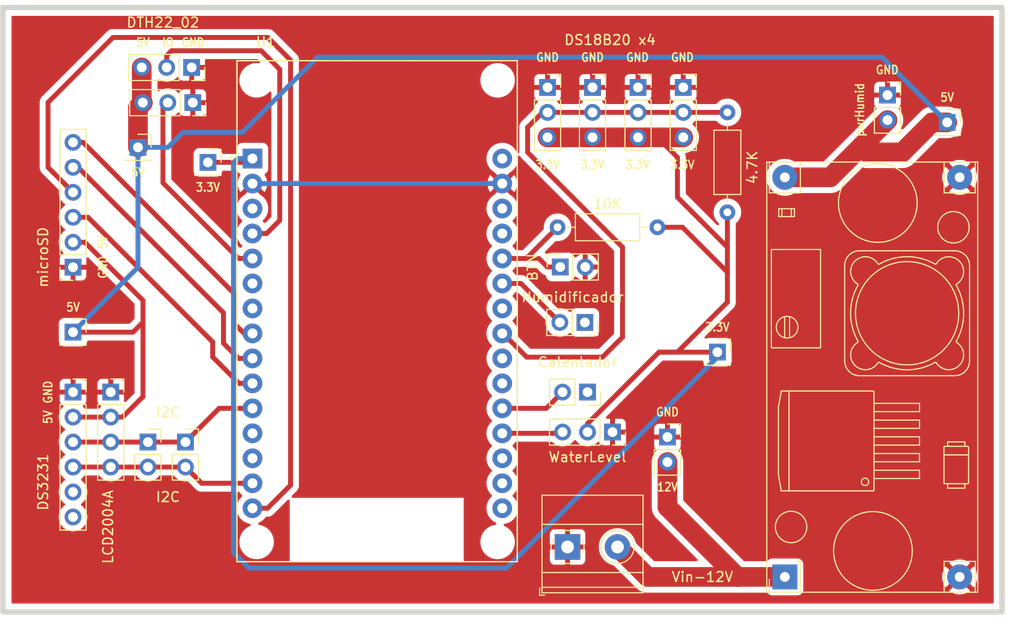
<source format=kicad_pcb>
(kicad_pcb (version 20221018) (generator pcbnew)
  (layers (0 "F.Cu" signal) (31 "B.Cu" signal) (34 "B.Paste" user) (35 "F.Paste" user) (36 "B.SilkS" user "B.Silkscreen") (37 "F.SilkS" user "F.Silkscreen") (38 "B.Mask" user) (39 "F.Mask" user) (44 "Edge.Cuts" user))
  (net 0 "")
  (net 1 "GND")
  (net 2 "GPIO_04")
  (net 3 "+5V")
  (net 4 "GPIO_02")
  (net 5 "GPIO_SDA")
  (net 6 "GPIO_SCL")
  (net 10 "GPIO_27")
  (net 11 "+3.3V")
  (net 13 "CS")
  (net 14 "SCK")
  (net 15 "MISO")
  (net 18 "MOSI")
  (net 22 "GPIO_34")
  (net 27 "+12V")
  (net 28 "BTN1")
  (net 30 "GPIO_35")
  (net 31 "Vdrive")
  (net 32 "OneWire")
  (footprint "Connector_PinSocket_2.54mm:PinSocket_1x01_P2.54mm_Vertical" (layer "F.Cu") (at 157.48 48.768)
    (fp_text reference "J16" hide)
    (fp_text value "Conn_01x01" hide)
    (pad "1" thru_hole rect (at 0 0) (size 1.7 1.7) (drill 1) (layers "*.Cu" "*.Mask") (net 3 "+5V"))
  )
  (footprint "Custom:MODULE_ESP32_DEVKIT_V1" (layer "F.Cu") (at 99.53 67.965)
    (fp_text reference "U1" (at -11.355 -27.36) (layer "F.SilkS"))
    (fp_text value "ESP32-DEVKIT-V1")
    (pad "" np_thru_hole circle (at -12.28 -23.475) (size 3 3) (drill 3) (layers "*.Cu" "*.Mask"))
    (pad "" np_thru_hole circle (at -12.28 23.475) (size 3 3) (drill 3) (layers "*.Cu" "*.Mask"))
    (pad "" np_thru_hole circle (at 12.23 -23.475) (size 3 3) (drill 3) (layers "*.Cu" "*.Mask"))
    (pad "" np_thru_hole circle (at 12.23 23.475) (size 3 3) (drill 3) (layers "*.Cu" "*.Mask"))
    (pad "1" thru_hole rect (at -12.7 -15.515) (size 2 2) (drill 1.02) (layers "*.Cu" "*.Mask") (net 11 "+3.3V"))
    (pad "2" thru_hole circle (at -12.7 -12.975) (size 2 2) (drill 1.02) (layers "*.Cu" "*.Mask") (net 1 "GND"))
    (pad "3" thru_hole circle (at -12.7 -10.435) (size 2 2) (drill 1.02) (layers "*.Cu" "*.Mask"))
    (pad "4" thru_hole circle (at -12.7 -7.895) (size 2 2) (drill 1.02) (layers "*.Cu" "*.Mask") (net 4 "GPIO_02"))
    (pad "5" thru_hole circle (at -12.7 -5.355) (size 2 2) (drill 1.02) (layers "*.Cu" "*.Mask") (net 2 "GPIO_04"))
    (pad "6" thru_hole circle (at -12.7 -2.815) (size 2 2) (drill 1.02) (layers "*.Cu" "*.Mask"))
    (pad "7" thru_hole circle (at -12.7 -0.275) (size 2 2) (drill 1.02) (layers "*.Cu" "*.Mask"))
    (pad "8" thru_hole circle (at -12.7 2.265) (size 2 2) (drill 1.02) (layers "*.Cu" "*.Mask") (net 13 "CS"))
    (pad "9" thru_hole circle (at -12.7 4.805) (size 2 2) (drill 1.02) (layers "*.Cu" "*.Mask") (net 14 "SCK"))
    (pad "10" thru_hole circle (at -12.7 7.345) (size 2 2) (drill 1.02) (layers "*.Cu" "*.Mask") (net 15 "MISO"))
    (pad "11" thru_hole circle (at -12.7 9.885) (size 2 2) (drill 1.02) (layers "*.Cu" "*.Mask") (net 5 "GPIO_SDA"))
    (pad "12" thru_hole circle (at -12.7 12.425) (size 2 2) (drill 1.02) (layers "*.Cu" "*.Mask"))
    (pad "13" thru_hole circle (at -12.7 14.965) (size 2 2) (drill 1.02) (layers "*.Cu" "*.Mask"))
    (pad "14" thru_hole circle (at -12.7 17.505) (size 2 2) (drill 1.02) (layers "*.Cu" "*.Mask") (net 6 "GPIO_SCL"))
    (pad "15" thru_hole circle (at -12.7 20.045) (size 2 2) (drill 1.02) (layers "*.Cu" "*.Mask") (net 18 "MOSI"))
    (pad "16" thru_hole circle (at 12.7 20.045) (size 2 2) (drill 1.02) (layers "*.Cu" "*.Mask"))
    (pad "17" thru_hole circle (at 12.7 17.505) (size 2 2) (drill 1.02) (layers "*.Cu" "*.Mask"))
    (pad "18" thru_hole circle (at 12.7 14.965) (size 2 2) (drill 1.02) (layers "*.Cu" "*.Mask"))
    (pad "19" thru_hole circle (at 12.7 12.425) (size 2 2) (drill 1.02) (layers "*.Cu" "*.Mask") (net 22 "GPIO_34"))
    (pad "20" thru_hole circle (at 12.7 9.885) (size 2 2) (drill 1.02) (layers "*.Cu" "*.Mask") (net 30 "GPIO_35"))
    (pad "21" thru_hole circle (at 12.7 7.345) (size 2 2) (drill 1.02) (layers "*.Cu" "*.Mask"))
    (pad "22" thru_hole circle (at 12.7 4.805) (size 2 2) (drill 1.02) (layers "*.Cu" "*.Mask"))
    (pad "23" thru_hole circle (at 12.7 2.265) (size 2 2) (drill 1.02) (layers "*.Cu" "*.Mask") (net 32 "OneWire"))
    (pad "24" thru_hole circle (at 12.7 -0.275) (size 2 2) (drill 1.02) (layers "*.Cu" "*.Mask"))
    (pad "25" thru_hole circle (at 12.7 -2.815) (size 2 2) (drill 1.02) (layers "*.Cu" "*.Mask") (net 10 "GPIO_27"))
    (pad "26" thru_hole circle (at 12.7 -5.355) (size 2 2) (drill 1.02) (layers "*.Cu" "*.Mask") (net 28 "BTN1"))
    (pad "27" thru_hole circle (at 12.7 -7.895) (size 2 2) (drill 1.02) (layers "*.Cu" "*.Mask"))
    (pad "28" thru_hole circle (at 12.7 -10.435) (size 2 2) (drill 1.02) (layers "*.Cu" "*.Mask"))
    (pad "29" thru_hole circle (at 12.7 -12.975) (size 2 2) (drill 1.02) (layers "*.Cu" "*.Mask") (net 1 "GND"))
    (pad "30" thru_hole circle (at 12.7 -15.515) (size 2 2) (drill 1.02) (layers "*.Cu" "*.Mask") (net 31 "Vdrive"))
    (zone (net 0) (net_name "") (layer "F.Cu") (connect_pads (clearance 0)) (min_thickness 0.01)
      (keepout (tracks not_allowed) (vias not_allowed) (pads not_allowed) (copperpour not_allowed) (footprints allowed))
      (fill (thermal_gap 0.508) (thermal_bridge_width 0.508))
      (polygon (pts (xy 90.62 86.95) (xy 108.31 86.95) (xy 108.31 93.44) (xy 90.62 93.44)))
    )
  )
  (footprint "Connector_PinSocket_2.54mm:PinSocket_1x01_P2.54mm_Vertical" (layer "F.Cu") (at 75.184 51.308)
    (fp_text reference "J11" hide)
    (fp_text value "Conn_01x01" hide)
    (pad "1" thru_hole rect (at 0 0) (size 1.7 1.7) (drill 1) (layers "*.Cu" "*.Mask") (net 3 "+5V"))
  )
  (footprint "Connector_PinSocket_2.54mm:PinSocket_1x02_P2.54mm_Vertical" (layer "F.Cu") (at 120.63 69.113 -90)
    (fp_text reference "J6" hide)
    (fp_text value "Humidificador" (at -2.565 1.25 -180) (layer "F.SilkS"))
    (pad "1" thru_hole rect (at 0 0 270) (size 1.7 1.7) (drill 1) (layers "*.Cu" "*.Mask"))
    (pad "2" thru_hole oval (at 0 2.54 270) (size 1.7 1.7) (drill 1) (layers "*.Cu" "*.Mask") (net 10 "GPIO_27"))
  )
  (footprint "Connector_PinSocket_2.54mm:PinSocket_1x01_P2.54mm_Vertical" (layer "F.Cu") (at 82.296 52.832)
    (fp_text reference "J18" hide)
    (fp_text value "Conn_01x01" hide)
    (pad "1" thru_hole rect (at 0 0) (size 1.7 1.7) (drill 1) (layers "*.Cu" "*.Mask") (net 11 "+3.3V"))
  )
  (footprint "Resistor_THT:R_Axial_DIN0207_L6.3mm_D2.5mm_P10.16mm_Horizontal" (layer "F.Cu") (at 128.016 59.436 180)
    (fp_text reference "R1" hide)
    (fp_text value "10K" (at 5.08 2.37) (layer "F.SilkS"))
    (pad "1" thru_hole circle (at 0 0 180) (size 1.6 1.6) (drill 0.8) (layers "*.Cu" "*.Mask") (net 11 "+3.3V"))
    (pad "2" thru_hole oval (at 10.16 0 180) (size 1.6 1.6) (drill 0.8) (layers "*.Cu" "*.Mask") (net 28 "BTN1"))
  )
  (footprint "Connector_PinSocket_2.54mm:PinSocket_1x06_P2.54mm_Vertical" (layer "F.Cu") (at 68.58 63.5 180)
    (fp_text reference "J5" hide)
    (fp_text value "microSD" (at 3.048 1.016 90) (layer "F.SilkS"))
    (pad "1" thru_hole rect (at 0 0 180) (size 1.7 1.7) (drill 1) (layers "*.Cu" "*.Mask") (net 1 "GND"))
    (pad "2" thru_hole oval (at 0 2.54 180) (size 1.7 1.7) (drill 1) (layers "*.Cu" "*.Mask") (net 3 "+5V"))
    (pad "3" thru_hole oval (at 0 5.08 180) (size 1.7 1.7) (drill 1) (layers "*.Cu" "*.Mask") (net 15 "MISO"))
    (pad "4" thru_hole oval (at 0 7.62 180) (size 1.7 1.7) (drill 1) (layers "*.Cu" "*.Mask") (net 18 "MOSI"))
    (pad "5" thru_hole oval (at 0 10.16 180) (size 1.7 1.7) (drill 1) (layers "*.Cu" "*.Mask") (net 14 "SCK"))
    (pad "6" thru_hole oval (at 0 12.7 180) (size 1.7 1.7) (drill 1) (layers "*.Cu" "*.Mask") (net 13 "CS"))
  )
  (footprint "Connector_PinSocket_2.54mm:PinSocket_1x02_P2.54mm_Vertical" (layer "F.Cu") (at 76.2 81.28)
    (fp_text reference "J12" hide)
    (fp_text value "I2C" (at 2.032 5.588) (layer "F.SilkS"))
    (pad "1" thru_hole rect (at 0 0) (size 1.7 1.7) (drill 1) (layers "*.Cu" "*.Mask") (net 5 "GPIO_SDA"))
    (pad "2" thru_hole oval (at 0 2.54) (size 1.7 1.7) (drill 1) (layers "*.Cu" "*.Mask") (net 6 "GPIO_SCL"))
  )
  (footprint "Connector_PinSocket_2.54mm:PinSocket_1x02_P2.54mm_Vertical" (layer "F.Cu") (at 151.409 45.994)
    (fp_text reference "J14" hide)
    (fp_text value "Vout-5V-Humidificador" hide)
    (pad "1" thru_hole rect (at 0 0) (size 1.7 1.7) (drill 1) (layers "*.Cu" "*.Mask") (net 1 "GND"))
    (pad "2" thru_hole oval (at 0 2.54) (size 1.7 1.7) (drill 1) (layers "*.Cu" "*.Mask") (net 3 "+5V"))
  )
  (footprint "Connector_PinSocket_2.54mm:PinSocket_1x06_P2.54mm_Vertical" (layer "F.Cu") (at 68.58 76.2)
    (fp_text reference "J3" hide)
    (fp_text value "DS3231" (at -3.048 9.144 90) (layer "F.SilkS"))
    (pad "1" thru_hole rect (at 0 0) (size 1.7 1.7) (drill 1) (layers "*.Cu" "*.Mask") (net 1 "GND"))
    (pad "2" thru_hole oval (at 0 2.54) (size 1.7 1.7) (drill 1) (layers "*.Cu" "*.Mask") (net 3 "+5V"))
    (pad "3" thru_hole oval (at 0 5.08) (size 1.7 1.7) (drill 1) (layers "*.Cu" "*.Mask") (net 5 "GPIO_SDA"))
    (pad "4" thru_hole oval (at 0 7.62) (size 1.7 1.7) (drill 1) (layers "*.Cu" "*.Mask") (net 6 "GPIO_SCL"))
    (pad "5" thru_hole oval (at 0 10.16) (size 1.7 1.7) (drill 1) (layers "*.Cu" "*.Mask"))
    (pad "6" thru_hole oval (at 0 12.7) (size 1.7 1.7) (drill 1) (layers "*.Cu" "*.Mask"))
  )
  (footprint "Connector_PinSocket_2.54mm:PinSocket_1x03_P2.54mm_Vertical" (layer "F.Cu") (at 80.645 43.18 -90)
    (fp_text reference "J2" hide)
    (fp_text value "DTH22_02" (at -4.572 2.921) (layer "F.SilkS"))
    (pad "1" thru_hole rect (at 0 0 270) (size 1.7 1.7) (drill 1) (layers "*.Cu" "*.Mask") (net 1 "GND"))
    (pad "2" thru_hole oval (at 0 2.54 270) (size 1.7 1.7) (drill 1) (layers "*.Cu" "*.Mask") (net 4 "GPIO_02"))
    (pad "3" thru_hole oval (at 0 5.08 270) (size 1.7 1.7) (drill 1) (layers "*.Cu" "*.Mask") (net 3 "+5V"))
  )
  (footprint "Resistor_THT:R_Axial_DIN0207_L6.3mm_D2.5mm_P10.16mm_Horizontal" (layer "F.Cu") (at 135.128 47.752 -90)
    (fp_text reference "R3" hide)
    (fp_text value "4.7K" (at 5.588 -2.54 90) (layer "F.SilkS"))
    (pad "1" thru_hole circle (at 0 0 270) (size 1.6 1.6) (drill 0.8) (layers "*.Cu" "*.Mask") (net 32 "OneWire"))
    (pad "2" thru_hole oval (at 10.16 0 270) (size 1.6 1.6) (drill 0.8) (layers "*.Cu" "*.Mask") (net 11 "+3.3V"))
  )
  (footprint "TerminalBlock_Phoenix:TerminalBlock_Phoenix_MKDS-1,5-2-5.08_1x02_P5.08mm_Horizontal" (layer "F.Cu") (at 118.872 91.948)
    (fp_text reference "J8" hide)
    (fp_text value "Vin-12V" (at 13.716 3.048) (layer "F.SilkS"))
    (pad "1" thru_hole rect (at 0 0) (size 2.6 2.6) (drill 1.3) (layers "*.Cu" "*.Mask") (net 1 "GND"))
    (pad "2" thru_hole circle (at 5.08 0) (size 2.6 2.6) (drill 1.3) (layers "*.Cu" "*.Mask") (net 27 "+12V"))
  )
  (footprint "Connector_PinSocket_2.54mm:PinSocket_1x03_P2.54mm_Vertical" (layer "F.Cu") (at 121.412 45.212)
    (fp_text reference "J20" hide)
    (fp_text value "DS18B20-B" hide)
    (pad "1" thru_hole rect (at 0 0) (size 1.7 1.7) (drill 1) (layers "*.Cu" "*.Mask") (net 1 "GND"))
    (pad "2" thru_hole oval (at 0 2.54) (size 1.7 1.7) (drill 1) (layers "*.Cu" "*.Mask") (net 32 "OneWire"))
    (pad "3" thru_hole oval (at 0 5.08) (size 1.7 1.7) (drill 1) (layers "*.Cu" "*.Mask") (net 11 "+3.3V"))
  )
  (footprint "Custom:YAAJ_DCDC_StepDown_LM2596" (layer "F.Cu") (at 140.97 94.996 90)
    (fp_text reference "U2" hide)
    (fp_text value "DCDC_StepDown_LM2596")
    (pad "1" thru_hole rect (at 0 0 90) (size 2.54 2.54) (drill 1) (layers "*.Cu" "*.Mask") (net 27 "+12V"))
    (pad "2" thru_hole circle (at 0 17.78 90) (size 2.54 2.54) (drill 1) (layers "*.Cu" "*.Mask") (net 1 "GND"))
    (pad "3" thru_hole circle (at 40.64 17.78 90) (size 2.54 2.54) (drill 1) (layers "*.Cu" "*.Mask") (net 1 "GND"))
    (pad "4" thru_hole circle (at 40.64 0 90) (size 2.54 2.54) (drill 1) (layers "*.Cu" "*.Mask") (net 3 "+5V"))
  )
  (footprint "Connector_PinSocket_2.54mm:PinSocket_1x01_P2.54mm_Vertical" (layer "F.Cu") (at 68.58 70.104)
    (fp_text reference "J15" hide)
    (fp_text value "Conn_01x01" hide)
    (pad "1" thru_hole rect (at 0 0) (size 1.7 1.7) (drill 1) (layers "*.Cu" "*.Mask") (net 3 "+5V"))
  )
  (footprint "Connector_PinSocket_2.54mm:PinSocket_1x03_P2.54mm_Vertical" (layer "F.Cu") (at 126.04 45.212)
    (fp_text reference "J21" hide)
    (fp_text value "DS18B20-C" hide)
    (pad "1" thru_hole rect (at 0 0) (size 1.7 1.7) (drill 1) (layers "*.Cu" "*.Mask") (net 1 "GND"))
    (pad "2" thru_hole oval (at 0 2.54) (size 1.7 1.7) (drill 1) (layers "*.Cu" "*.Mask") (net 32 "OneWire"))
    (pad "3" thru_hole oval (at 0 5.08) (size 1.7 1.7) (drill 1) (layers "*.Cu" "*.Mask") (net 11 "+3.3V"))
  )
  (footprint "Connector_PinSocket_2.54mm:PinSocket_1x04_P2.54mm_Vertical" (layer "F.Cu") (at 72.415 76.2)
    (fp_text reference "J4" hide)
    (fp_text value "LCD2004A" (at -0.279 13.716 90) (layer "F.SilkS"))
    (pad "1" thru_hole rect (at 0 0) (size 1.7 1.7) (drill 1) (layers "*.Cu" "*.Mask") (net 1 "GND"))
    (pad "2" thru_hole oval (at 0 2.54) (size 1.7 1.7) (drill 1) (layers "*.Cu" "*.Mask") (net 3 "+5V"))
    (pad "3" thru_hole oval (at 0 5.08) (size 1.7 1.7) (drill 1) (layers "*.Cu" "*.Mask") (net 5 "GPIO_SDA"))
    (pad "4" thru_hole oval (at 0 7.62) (size 1.7 1.7) (drill 1) (layers "*.Cu" "*.Mask") (net 6 "GPIO_SCL"))
  )
  (footprint "Connector_PinSocket_2.54mm:PinSocket_1x02_P2.54mm_Vertical" (layer "F.Cu") (at 118.13 63.475 90)
    (fp_text reference "SW1" hide)
    (fp_text value "BTN1" hide)
    (pad "1" thru_hole rect (at 0 0 90) (size 1.7 1.7) (drill 1) (layers "*.Cu" "*.Mask") (net 28 "BTN1"))
    (pad "2" thru_hole oval (at 0 2.54 90) (size 1.7 1.7) (drill 1) (layers "*.Cu" "*.Mask") (net 1 "GND"))
  )
  (footprint "Connector_PinSocket_2.54mm:PinSocket_1x03_P2.54mm_Vertical" (layer "F.Cu") (at 130.64 45.212)
    (fp_text reference "J22" hide)
    (fp_text value "DS18B20-D" hide)
    (pad "1" thru_hole rect (at 0 0) (size 1.7 1.7) (drill 1) (layers "*.Cu" "*.Mask") (net 1 "GND"))
    (pad "2" thru_hole oval (at 0 2.54) (size 1.7 1.7) (drill 1) (layers "*.Cu" "*.Mask") (net 32 "OneWire"))
    (pad "3" thru_hole oval (at 0 5.08) (size 1.7 1.7) (drill 1) (layers "*.Cu" "*.Mask") (net 11 "+3.3V"))
  )
  (footprint "Connector_PinSocket_2.54mm:PinSocket_1x01_P2.54mm_Vertical" (layer "F.Cu") (at 134.112 72.136)
    (fp_text reference "J17" hide)
    (fp_text value "Conn_01x01" hide)
    (pad "1" thru_hole rect (at 0 0) (size 1.7 1.7) (drill 1) (layers "*.Cu" "*.Mask") (net 11 "+3.3V"))
  )
  (footprint "Connector_PinSocket_2.54mm:PinSocket_1x03_P2.54mm_Vertical" (layer "F.Cu") (at 123.444 80.264 -90)
    (fp_text reference "J7" hide)
    (fp_text value "WaterLevel" (at 2.54 2.54) (layer "F.SilkS"))
    (pad "1" thru_hole rect (at 0 0 270) (size 1.7 1.7) (drill 1) (layers "*.Cu" "*.Mask") (net 1 "GND"))
    (pad "2" thru_hole oval (at 0 2.54 270) (size 1.7 1.7) (drill 1) (layers "*.Cu" "*.Mask") (net 11 "+3.3V"))
    (pad "3" thru_hole oval (at 0 5.08 270) (size 1.7 1.7) (drill 1) (layers "*.Cu" "*.Mask") (net 22 "GPIO_34"))
  )
  (footprint "Connector_PinSocket_2.54mm:PinSocket_1x02_P2.54mm_Vertical" (layer "F.Cu") (at 80.01 81.28)
    (fp_text reference "J13" hide)
    (fp_text value "I2C" (at -1.778 -3.048) (layer "F.SilkS"))
    (pad "1" thru_hole rect (at 0 0) (size 1.7 1.7) (drill 1) (layers "*.Cu" "*.Mask") (net 5 "GPIO_SDA"))
    (pad "2" thru_hole oval (at 0 2.54) (size 1.7 1.7) (drill 1) (layers "*.Cu" "*.Mask") (net 6 "GPIO_SCL"))
  )
  (footprint "Connector_PinSocket_2.54mm:PinSocket_1x02_P2.54mm_Vertical" (layer "F.Cu") (at 129.032 80.772)
    (fp_text reference "J10" hide)
    (fp_text value "Vout-12V" hide)
    (pad "1" thru_hole rect (at 0 0) (size 1.7 1.7) (drill 1) (layers "*.Cu" "*.Mask") (net 1 "GND"))
    (pad "2" thru_hole oval (at 0 2.54) (size 1.7 1.7) (drill 1) (layers "*.Cu" "*.Mask") (net 27 "+12V"))
  )
  (footprint "Connector_PinSocket_2.54mm:PinSocket_1x02_P2.54mm_Vertical" (layer "F.Cu") (at 120.904 76.2 -90)
    (fp_text reference "J9" hide)
    (fp_text value "Calentador" (at -3.048 1.016 -180) (layer "F.SilkS"))
    (pad "1" thru_hole rect (at 0 0 270) (size 1.7 1.7) (drill 1) (layers "*.Cu" "*.Mask"))
    (pad "2" thru_hole oval (at 0 2.54 270) (size 1.7 1.7) (drill 1) (layers "*.Cu" "*.Mask") (net 30 "GPIO_35"))
  )
  (footprint "Connector_PinSocket_2.54mm:PinSocket_1x03_P2.54mm_Vertical" (layer "F.Cu") (at 116.84 45.212)
    (fp_text reference "J19" hide)
    (fp_text value "DS18B20-A" hide)
    (pad "1" thru_hole rect (at 0 0) (size 1.7 1.7) (drill 1) (layers "*.Cu" "*.Mask") (net 1 "GND"))
    (pad "2" thru_hole oval (at 0 2.54) (size 1.7 1.7) (drill 1) (layers "*.Cu" "*.Mask") (net 32 "OneWire"))
    (pad "3" thru_hole oval (at 0 5.08) (size 1.7 1.7) (drill 1) (layers "*.Cu" "*.Mask") (net 11 "+3.3V"))
  )
  (footprint "Connector_PinSocket_2.54mm:PinSocket_1x03_P2.54mm_Vertical" (layer "F.Cu") (at 80.757 46.761 -90)
    (fp_text reference "J1" hide)
    (fp_text value "DTH22_01" hide)
    (pad "1" thru_hole rect (at 0 0 270) (size 1.7 1.7) (drill 1) (layers "*.Cu" "*.Mask") (net 1 "GND"))
    (pad "2" thru_hole oval (at 0 2.54 270) (size 1.7 1.7) (drill 1) (layers "*.Cu" "*.Mask") (net 2 "GPIO_04"))
    (pad "3" thru_hole oval (at 0 5.08 270) (size 1.7 1.7) (drill 1) (layers "*.Cu" "*.Mask") (net 3 "+5V"))
  )
  (gr_rect (start 61.468 37.084) (end 163.068 98.552) (stroke (width 0.5)) (fill none) (layer "F.Cu"))
  (gr_rect (start 61.468 37.084) (end 163.068 98.552) (stroke (width 0.5)) (fill none) (layer "Edge.Cuts"))
  (gr_text "3.3V" (at 82.296 55.372) (layer "F.SilkS") (effects (font (size 0.85 0.75))))
  (gr_text "3.3V" (at 121.412 53.086) (layer "F.SilkS") (effects (font (size 0.85 0.75))))
  (gr_text "GND" (at 125.984 42.164) (layer "F.SilkS") (effects (font (size 0.85 0.75))))
  (gr_text "GND" (at 129.032 78.232) (layer "F.SilkS") (effects (font (size 0.85 0.75))))
  (gr_text "5V" (at 71.628 60.96 90) (layer "F.SilkS") (effects (font (size 0.85 0.75))))
  (gr_text "5V" (at 68.58 67.564) (layer "F.SilkS") (effects (font (size 0.85 0.75))))
  (gr_text "3.3V" (at 134.112 69.596) (layer "F.SilkS") (effects (font (size 0.85 0.75))))
  (gr_text "12V" (at 129.032 85.852) (layer "F.SilkS") (effects (font (size 0.85 0.75))))
  (gr_text "5V" (at 157.48 46.228) (layer "F.SilkS") (effects (font (size 0.85 0.75))))
  (gr_text "5V" (at 66.04 78.74 90) (layer "F.SilkS") (effects (font (size 0.85 0.75))))
  (gr_text "GND" (at 71.628 63.5 90) (layer "F.SilkS") (effects (font (size 0.85 0.75))))
  (gr_text "GND" (at 66.04 76.2 90) (layer "F.SilkS") (effects (font (size 0.85 0.75))))
  (gr_text "GND" (at 80.772 40.64) (layer "F.SilkS") (effects (font (size 0.85 0.75))))
  (gr_text "IO" (at 78.232 40.64) (layer "F.SilkS") (effects (font (size 0.85 0.75))))
  (gr_text "GND" (at 151.384 43.434) (layer "F.SilkS") (effects (font (size 0.85 0.75))))
  (gr_text "BTN" (at 115.316 63.5 90) (layer "F.SilkS") (effects (font (size 1 1))))
  (gr_text "DS18B20 x4" (at 123.19 40.386) (layer "F.SilkS") (effects (font (size 1 1))))
  (gr_text "5V" (at 75.184 53.848) (layer "F.SilkS") (effects (font (size 0.85 0.75))))
  (gr_text "3.3V" (at 116.84 53.086) (layer "F.SilkS") (effects (font (size 0.85 0.75))))
  (gr_text "GND" (at 121.412 42.164) (layer "F.SilkS") (effects (font (size 0.85 0.75))))
  (gr_text "GND" (at 130.556 42.164) (layer "F.SilkS") (effects (font (size 0.85 0.75))))
  (gr_text "pwrHumid" (at 148.59 47.498 90) (layer "F.SilkS") (effects (font (size 0.85 0.75))))
  (gr_text "3.3V" (at 125.984 53.086) (layer "F.SilkS") (effects (font (size 0.85 0.75))))
  (gr_text "GND" (at 116.84 42.164) (layer "F.SilkS") (effects (font (size 0.85 0.75))))
  (gr_text "3.3V" (at 130.556 53.086) (layer "F.SilkS") (effects (font (size 0.85 0.75))))
  (gr_text "5V" (at 75.692 40.64) (layer "F.SilkS") (effects (font (size 0.85 0.75))))
  (segment (start 86.83 54.99) (end 112.23 54.99) (width 0.5) (layer "B.Cu") (net 1))
  (segment (start 77.724 47.254) (end 77.724 54.918213) (width 0.5) (layer "F.Cu") (net 2))
  (segment (start 78.217 46.761) (end 77.724 47.254) (width 0.5) (layer "F.Cu") (net 2))
  (segment (start 85.415787 62.61) (end 86.83 62.61) (width 0.5) (layer "F.Cu") (net 2))
  (segment (start 77.724 54.918213) (end 85.415787 62.61) (width 0.5) (layer "F.Cu") (net 2))
  (segment (start 68.58 78.74) (end 72.415 78.74) (width 0.5) (layer "F.Cu") (net 3))
  (segment (start 152.908 51.816) (end 149.352 51.816) (width 2) (layer "F.Cu") (net 3))
  (segment (start 75.692 66.869919) (end 69.782081 60.96) (width 0.5) (layer "F.Cu") (net 3))
  (segment (start 157.48 48.768) (end 155.956 48.768) (width 2) (layer "F.Cu") (net 3))
  (segment (start 149.352 51.816) (end 148.7395 51.2035) (width 2) (layer "F.Cu") (net 3))
  (segment (start 75.692 69.088) (end 75.692 66.869919) (width 0.5) (layer "F.Cu") (net 3))
  (segment (start 75.692 76.665081) (end 75.692 69.088) (width 0.5) (layer "F.Cu") (net 3))
  (segment (start 69.782081 60.96) (end 68.58 60.96) (width 0.5) (layer "F.Cu") (net 3))
  (segment (start 74.676 70.104) (end 75.692 69.088) (width 0.5) (layer "F.Cu") (net 3))
  (segment (start 75.565 43.18) (end 75.565 46.649) (width 2) (layer "F.Cu") (net 3))
  (segment (start 73.617081 78.74) (end 75.692 76.665081) (width 0.5) (layer "F.Cu") (net 3))
  (segment (start 145.587 54.356) (end 148.7395 51.2035) (width 2) (layer "F.Cu") (net 3))
  (segment (start 72.415 78.74) (end 73.617081 78.74) (width 0.5) (layer "F.Cu") (net 3))
  (segment (start 75.565 46.649) (end 75.677 46.761) (width 2) (layer "F.Cu") (net 3))
  (segment (start 148.7395 51.2035) (end 151.409 48.534) (width 2) (layer "F.Cu") (net 3))
  (segment (start 140.97 54.356) (end 145.587 54.356) (width 2) (layer "F.Cu") (net 3))
  (segment (start 75.677 46.761) (end 75.184 47.254) (width 2) (layer "F.Cu") (net 3))
  (segment (start 155.956 48.768) (end 152.908 51.816) (width 2) (layer "F.Cu") (net 3))
  (segment (start 68.58 70.104) (end 74.676 70.104) (width 0.5) (layer "F.Cu") (net 3))
  (segment (start 75.184 47.254) (end 75.184 51.308) (width 2) (layer "F.Cu") (net 3))
  (segment (start 93.44 42.14) (end 150.852 42.14) (width 0.5) (layer "B.Cu") (net 3))
  (segment (start 75.184 63.5) (end 75.184 51.308) (width 0.5) (layer "B.Cu") (net 3))
  (segment (start 85.796 49.784) (end 93.44 42.14) (width 0.5) (layer "B.Cu") (net 3))
  (segment (start 75.184 51.308) (end 78.232 51.308) (width 0.5) (layer "B.Cu") (net 3))
  (segment (start 68.58 70.104) (end 75.184 63.5) (width 0.5) (layer "B.Cu") (net 3))
  (segment (start 79.756 49.784) (end 85.796 49.784) (width 0.5) (layer "B.Cu") (net 3))
  (segment (start 150.852 42.14) (end 157.48 48.768) (width 0.5) (layer "B.Cu") (net 3))
  (segment (start 78.232 51.308) (end 79.756 49.784) (width 0.5) (layer "B.Cu") (net 3))
  (segment (start 89.6 58.736) (end 88.266 60.07) (width 0.5) (layer "F.Cu") (net 4))
  (segment (start 87.708 41.48) (end 89.6 43.372) (width 0.5) (layer "F.Cu") (net 4))
  (segment (start 78.602919 41.48) (end 87.708 41.48) (width 0.5) (layer "F.Cu") (net 4))
  (segment (start 89.6 43.372) (end 89.6 58.736) (width 0.5) (layer "F.Cu") (net 4))
  (segment (start 78.105 41.977919) (end 78.602919 41.48) (width 0.5) (layer "F.Cu") (net 4))
  (segment (start 88.266 60.07) (end 86.83 60.07) (width 0.5) (layer "F.Cu") (net 4))
  (segment (start 78.105 43.18) (end 78.105 41.977919) (width 0.5) (layer "F.Cu") (net 4))
  (segment (start 80.01 81.28) (end 68.58 81.28) (width 0.5) (layer "F.Cu") (net 5))
  (segment (start 86.83 77.85) (end 83.44 77.85) (width 0.5) (layer "F.Cu") (net 5))
  (segment (start 83.44 77.85) (end 80.01 81.28) (width 0.5) (layer "F.Cu") (net 5))
  (segment (start 86.83 85.47) (end 81.66 85.47) (width 0.5) (layer "F.Cu") (net 6))
  (segment (start 68.58 83.82) (end 80.01 83.82) (width 0.5) (layer "F.Cu") (net 6))
  (segment (start 81.66 85.47) (end 80.01 83.82) (width 0.5) (layer "F.Cu") (net 6))
  (segment (start 114.127 65.15) (end 118.09 69.113) (width 0.5) (layer "F.Cu") (net 10))
  (segment (start 112.23 65.15) (end 114.127 65.15) (width 0.5) (layer "F.Cu") (net 10))
  (segment (start 135.128 61.468) (end 135.128 57.912) (width 0.5) (layer "F.Cu") (net 11))
  (segment (start 135.128 67.056) (end 135.128 64.008) (width 0.5) (layer "F.Cu") (net 11))
  (segment (start 118.364 50.292) (end 128.016 50.292) (width 2) (layer "F.Cu") (net 11))
  (segment (start 128.524 72.136) (end 130.048 72.136) (width 0.5) (layer "F.Cu") (net 11))
  (segment (start 128.172 72.136) (end 128.524 72.136) (width 0.5) (layer "F.Cu") (net 11))
  (segment (start 130.048 72.136) (end 135.128 67.056) (width 0.5) (layer "F.Cu") (net 11))
  (segment (start 120.904 79.404) (end 128.172 72.136) (width 0.5) (layer "F.Cu") (net 11))
  (segment (start 128.524 72.136) (end 134.112 72.136) (width 0.5) (layer "F.Cu") (net 11))
  (segment (start 116.84 50.292) (end 118.364 50.292) (width 2) (layer "F.Cu") (net 11))
  (segment (start 120.904 79.404) (end 120.904 80.264) (width 0.5) (layer "F.Cu") (net 11))
  (segment (start 130.556 59.436) (end 135.128 64.008) (width 0.5) (layer "F.Cu") (net 11))
  (segment (start 135.128 61.468) (end 130.048 56.388) (width 0.5) (layer "F.Cu") (net 11))
  (segment (start 130.048 52.324) (end 128.016 50.292) (width 0.5) (layer "F.Cu") (net 11))
  (segment (start 82.296 52.832) (end 86.448 52.832) (width 0.5) (layer "F.Cu") (net 11))
  (segment (start 128.016 50.292) (end 130.64 50.292) (width 2) (layer "F.Cu") (net 11))
  (segment (start 135.128 64.008) (end 135.128 61.468) (width 0.5) (layer "F.Cu") (net 11))
  (segment (start 130.048 56.388) (end 130.048 52.324) (width 0.5) (layer "F.Cu") (net 11))
  (segment (start 128.016 59.436) (end 130.556 59.436) (width 0.5) (layer "F.Cu") (net 11))
  (segment (start 84.9 52.88) (end 84.9 92.52) (width 0.5) (layer "B.Cu") (net 11))
  (segment (start 86.83 52.45) (end 85.33 52.45) (width 0.5) (layer "B.Cu") (net 11))
  (segment (start 112.658 94.098) (end 134.112 72.644) (width 0.5) (layer "B.Cu") (net 11))
  (segment (start 85.33 52.45) (end 84.9 52.88) (width 0.5) (layer "B.Cu") (net 11))
  (segment (start 86.478 94.098) (end 112.658 94.098) (width 0.5) (layer "B.Cu") (net 11))
  (segment (start 84.9 92.52) (end 86.478 94.098) (width 0.5) (layer "B.Cu") (net 11))
  (segment (start 68.58 50.8) (end 69.596 50.8) (width 0.5) (layer "F.Cu") (net 13))
  (segment (start 84.98 66.184) (end 84.98 69.232) (width 0.5) (layer "F.Cu") (net 13))
  (segment (start 69.596 50.8) (end 84.98 66.184) (width 0.5) (layer "F.Cu") (net 13))
  (segment (start 85.978 70.23) (end 86.83 70.23) (width 0.5) (layer "F.Cu") (net 13))
  (segment (start 84.98 69.232) (end 85.978 70.23) (width 0.5) (layer "F.Cu") (net 13))
  (segment (start 83.88 71.234213) (end 85.415787 72.77) (width 0.5) (layer "F.Cu") (net 14))
  (segment (start 83.88 68.132) (end 83.88 71.234213) (width 0.5) (layer "F.Cu") (net 14))
  (segment (start 69.088 53.34) (end 83.88 68.132) (width 0.5) (layer "F.Cu") (net 14))
  (segment (start 85.415787 72.77) (end 86.83 72.77) (width 0.5) (layer "F.Cu") (net 14))
  (segment (start 86.83 75.31) (end 85.47 75.31) (width 0.5) (layer "F.Cu") (net 15))
  (segment (start 82.78 72.62) (end 82.78 71.096) (width 0.5) (layer "F.Cu") (net 15))
  (segment (start 85.47 75.31) (end 82.78 72.62) (width 0.5) (layer "F.Cu") (net 15))
  (segment (start 70.104 58.42) (end 68.58 58.42) (width 0.5) (layer "F.Cu") (net 15))
  (segment (start 82.78 71.096) (end 70.104 58.42) (width 0.5) (layer "F.Cu") (net 15))
  (segment (start 90.7 85.667918) (end 90.7 42.44) (width 0.5) (layer "F.Cu") (net 18))
  (segment (start 88.357918 88.01) (end 90.7 85.667918) (width 0.5) (layer "F.Cu") (net 18))
  (segment (start 66.04 46.736) (end 66.04 53.34) (width 0.5) (layer "F.Cu") (net 18))
  (segment (start 72.644 40.132) (end 66.04 46.736) (width 0.5) (layer "F.Cu") (net 18))
  (segment (start 86.83 88.01) (end 88.357918 88.01) (width 0.5) (layer "F.Cu") (net 18))
  (segment (start 90.7 42.44) (end 88.392 40.132) (width 0.5) (layer "F.Cu") (net 18))
  (segment (start 88.392 40.132) (end 72.644 40.132) (width 0.5) (layer "F.Cu") (net 18))
  (segment (start 66.04 53.34) (end 68.58 55.88) (width 0.5) (layer "F.Cu") (net 18))
  (segment (start 112.23 80.39) (end 118.238 80.39) (width 0.5) (layer "F.Cu") (net 22))
  (segment (start 127 94.996) (end 123.952 91.948) (width 2) (layer "F.Cu") (net 27))
  (segment (start 129.032 83.312) (end 129.032 87.884) (width 2) (layer "F.Cu") (net 27))
  (segment (start 129.032 87.884) (end 136.144 94.996) (width 2) (layer "F.Cu") (net 27))
  (segment (start 140.97 94.996) (end 136.144 94.996) (width 2) (layer "F.Cu") (net 27))
  (segment (start 127 94.996) (end 136.144 94.996) (width 2) (layer "F.Cu") (net 27))
  (segment (start 112.23 62.61) (end 114.808 62.61) (width 0.5) (layer "F.Cu") (net 28))
  (segment (start 116.815 63.475) (end 118.13 63.475) (width 0.5) (layer "F.Cu") (net 28))
  (segment (start 117.856 59.436) (end 114.808 62.484) (width 0.5) (layer "F.Cu") (net 28))
  (segment (start 114.808 62.484) (end 114.808 62.61) (width 0.5) (layer "F.Cu") (net 28))
  (segment (start 114.808 62.61) (end 115.95 62.61) (width 0.5) (layer "F.Cu") (net 28))
  (segment (start 115.95 62.61) (end 116.815 63.475) (width 0.5) (layer "F.Cu") (net 28))
  (segment (start 116.714 77.85) (end 118.364 76.2) (width 0.5) (layer "F.Cu") (net 30))
  (segment (start 112.23 77.85) (end 116.714 77.85) (width 0.5) (layer "F.Cu") (net 30))
  (segment (start 122.428 72.644) (end 124.46 70.612) (width 0.5) (layer "F.Cu") (net 32))
  (segment (start 114.808 49.276) (end 116.332 47.752) (width 0.5) (layer "F.Cu") (net 32))
  (segment (start 112.92 70.92) (end 112.996296 70.92) (width 0.5) (layer "F.Cu") (net 32))
  (segment (start 114.808 51.816) (end 114.808 49.276) (width 0.5) (layer "F.Cu") (net 32))
  (segment (start 114.720296 72.644) (end 122.428 72.644) (width 0.5) (layer "F.Cu") (net 32))
  (segment (start 124.46 61.468) (end 114.808 51.816) (width 0.5) (layer "F.Cu") (net 32))
  (segment (start 112.23 70.23) (end 112.92 70.92) (width 0.5) (layer "F.Cu") (net 32))
  (segment (start 130.64 47.752) (end 116.84 47.752) (width 0.5) (layer "F.Cu") (net 32))
  (segment (start 112.996296 70.92) (end 114.720296 72.644) (width 0.5) (layer "F.Cu") (net 32))
  (segment (start 124.46 70.612) (end 124.46 61.468) (width 0.5) (layer "F.Cu") (net 32))
  (segment (start 135.128 47.752) (end 130.64 47.752) (width 0.5) (layer "F.Cu") (net 32))
  (zone (net 1) (net_name "GND") (layer "F.Cu") (connect_pads (clearance 0.5)) (min_thickness 0.25) (fill yes (thermal_gap 0.5) (thermal_bridge_width 0.5))
    (polygon (pts (xy 61.279534 36.322) (xy 163.768534 37.084) (xy 165.292534 101.092) (xy 61.152534 99.441)))
  )
)
</source>
